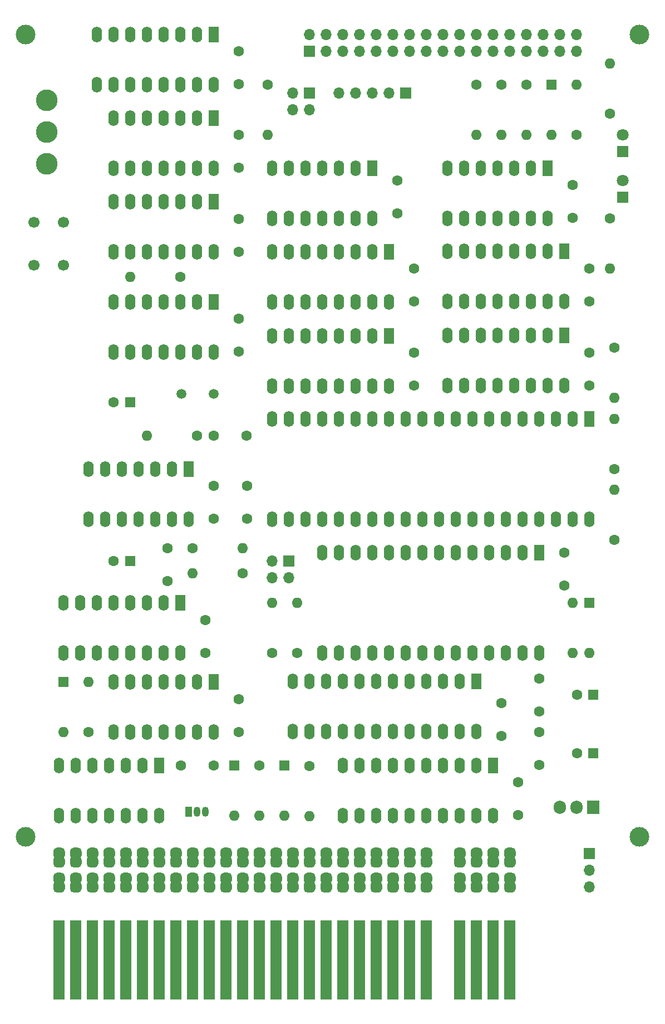
<source format=gbr>
G04 #@! TF.GenerationSoftware,KiCad,Pcbnew,5.99.0-unknown-b1b8a32~88~ubuntu19.10.1*
G04 #@! TF.CreationDate,2020-04-08T14:26:22+02:00*
G04 #@! TF.ProjectId,beta128_r0.3,62657461-3132-4385-9f72-302e332e6b69,rev?*
G04 #@! TF.SameCoordinates,Original*
G04 #@! TF.FileFunction,Soldermask,Top*
G04 #@! TF.FilePolarity,Negative*
%FSLAX46Y46*%
G04 Gerber Fmt 4.6, Leading zero omitted, Abs format (unit mm)*
G04 Created by KiCad (PCBNEW 5.99.0-unknown-b1b8a32~88~ubuntu19.10.1) date 2020-04-08 14:26:22*
%MOMM*%
%LPD*%
G01*
G04 APERTURE LIST*
%ADD10O,1.600000X1.600000*%
%ADD11C,1.600000*%
%ADD12O,1.600000X2.400000*%
%ADD13R,1.600000X2.400000*%
%ADD14R,1.778000X7.620000*%
%ADD15C,3.302000*%
%ADD16R,1.600000X1.600000*%
%ADD17C,3.000000*%
%ADD18C,1.700000*%
%ADD19O,1.700000X1.700000*%
%ADD20R,1.700000X1.700000*%
%ADD21R,1.050000X1.500000*%
%ADD22O,1.050000X1.500000*%
%ADD23C,1.500000*%
%ADD24O,1.905000X2.000000*%
%ADD25R,1.905000X2.000000*%
%ADD26C,1.800000*%
%ADD27R,1.800000X1.800000*%
G04 APERTURE END LIST*
D10*
X57150000Y-74295000D03*
D11*
X64770000Y-74295000D03*
D12*
X93980000Y-65405000D03*
X78740000Y-57785000D03*
X91440000Y-65405000D03*
X81280000Y-57785000D03*
X88900000Y-65405000D03*
X83820000Y-57785000D03*
X86360000Y-65405000D03*
X86360000Y-57785000D03*
X83820000Y-65405000D03*
X88900000Y-57785000D03*
X81280000Y-65405000D03*
X91440000Y-57785000D03*
X78740000Y-65405000D03*
D13*
X93980000Y-57785000D03*
D14*
X114935000Y-180340000D03*
X112395000Y-180340000D03*
X109855000Y-180340000D03*
X107315000Y-180340000D03*
X102235000Y-180340000D03*
X99695000Y-180340000D03*
X97155000Y-180340000D03*
X94615000Y-180340000D03*
X92075000Y-180340000D03*
X89535000Y-180340000D03*
X86995000Y-180340000D03*
X84455000Y-180340000D03*
X81915000Y-180340000D03*
X79375000Y-180340000D03*
X76835000Y-180340000D03*
X74295000Y-180340000D03*
X71755000Y-180340000D03*
X69215000Y-180340000D03*
X66675000Y-180340000D03*
X64135000Y-180340000D03*
X61595000Y-180340000D03*
X59055000Y-180340000D03*
X56515000Y-180340000D03*
X53975000Y-180340000D03*
X51435000Y-180340000D03*
X48895000Y-180340000D03*
X46355000Y-180340000D03*
X114935000Y-175895000D03*
X112395000Y-175895000D03*
X109855000Y-175895000D03*
X107315000Y-175895000D03*
X102235000Y-175895000D03*
X99695000Y-175895000D03*
X97155000Y-175895000D03*
X94615000Y-175895000D03*
X92075000Y-175895000D03*
X89535000Y-175895000D03*
X86995000Y-175895000D03*
X84455000Y-175895000D03*
X81915000Y-175895000D03*
X79375000Y-175895000D03*
X76835000Y-175895000D03*
X74295000Y-175895000D03*
X71755000Y-175895000D03*
X69215000Y-175895000D03*
X66675000Y-175895000D03*
X64135000Y-175895000D03*
X61595000Y-175895000D03*
X59055000Y-175895000D03*
X56515000Y-175895000D03*
X53975000Y-175895000D03*
X51435000Y-175895000D03*
X48895000Y-175895000D03*
X46355000Y-175895000D03*
D15*
X44450000Y-47498000D03*
X44450000Y-52324000D03*
X44450000Y-57150000D03*
G36*
G01*
X114046000Y-163497260D02*
X114046000Y-162892740D01*
G75*
G02*
X114632740Y-162306000I586740J0D01*
G01*
X115237260Y-162306000D01*
G75*
G02*
X115824000Y-162892740I0J-586740D01*
G01*
X115824000Y-163497260D01*
G75*
G02*
X115237260Y-164084000I-586740J0D01*
G01*
X114632740Y-164084000D01*
G75*
G02*
X114046000Y-163497260I0J586740D01*
G01*
G37*
G36*
G01*
X111506000Y-163497260D02*
X111506000Y-162892740D01*
G75*
G02*
X112092740Y-162306000I586740J0D01*
G01*
X112697260Y-162306000D01*
G75*
G02*
X113284000Y-162892740I0J-586740D01*
G01*
X113284000Y-163497260D01*
G75*
G02*
X112697260Y-164084000I-586740J0D01*
G01*
X112092740Y-164084000D01*
G75*
G02*
X111506000Y-163497260I0J586740D01*
G01*
G37*
G36*
G01*
X108966000Y-163497260D02*
X108966000Y-162892740D01*
G75*
G02*
X109552740Y-162306000I586740J0D01*
G01*
X110157260Y-162306000D01*
G75*
G02*
X110744000Y-162892740I0J-586740D01*
G01*
X110744000Y-163497260D01*
G75*
G02*
X110157260Y-164084000I-586740J0D01*
G01*
X109552740Y-164084000D01*
G75*
G02*
X108966000Y-163497260I0J586740D01*
G01*
G37*
G36*
G01*
X106426000Y-163497260D02*
X106426000Y-162892740D01*
G75*
G02*
X107012740Y-162306000I586740J0D01*
G01*
X107617260Y-162306000D01*
G75*
G02*
X108204000Y-162892740I0J-586740D01*
G01*
X108204000Y-163497260D01*
G75*
G02*
X107617260Y-164084000I-586740J0D01*
G01*
X107012740Y-164084000D01*
G75*
G02*
X106426000Y-163497260I0J586740D01*
G01*
G37*
G36*
G01*
X101346000Y-163497260D02*
X101346000Y-162892740D01*
G75*
G02*
X101932740Y-162306000I586740J0D01*
G01*
X102537260Y-162306000D01*
G75*
G02*
X103124000Y-162892740I0J-586740D01*
G01*
X103124000Y-163497260D01*
G75*
G02*
X102537260Y-164084000I-586740J0D01*
G01*
X101932740Y-164084000D01*
G75*
G02*
X101346000Y-163497260I0J586740D01*
G01*
G37*
G36*
G01*
X98806000Y-163497260D02*
X98806000Y-162892740D01*
G75*
G02*
X99392740Y-162306000I586740J0D01*
G01*
X99997260Y-162306000D01*
G75*
G02*
X100584000Y-162892740I0J-586740D01*
G01*
X100584000Y-163497260D01*
G75*
G02*
X99997260Y-164084000I-586740J0D01*
G01*
X99392740Y-164084000D01*
G75*
G02*
X98806000Y-163497260I0J586740D01*
G01*
G37*
G36*
G01*
X96266000Y-163497260D02*
X96266000Y-162892740D01*
G75*
G02*
X96852740Y-162306000I586740J0D01*
G01*
X97457260Y-162306000D01*
G75*
G02*
X98044000Y-162892740I0J-586740D01*
G01*
X98044000Y-163497260D01*
G75*
G02*
X97457260Y-164084000I-586740J0D01*
G01*
X96852740Y-164084000D01*
G75*
G02*
X96266000Y-163497260I0J586740D01*
G01*
G37*
G36*
G01*
X93726000Y-163497260D02*
X93726000Y-162892740D01*
G75*
G02*
X94312740Y-162306000I586740J0D01*
G01*
X94917260Y-162306000D01*
G75*
G02*
X95504000Y-162892740I0J-586740D01*
G01*
X95504000Y-163497260D01*
G75*
G02*
X94917260Y-164084000I-586740J0D01*
G01*
X94312740Y-164084000D01*
G75*
G02*
X93726000Y-163497260I0J586740D01*
G01*
G37*
G36*
G01*
X91186000Y-163497260D02*
X91186000Y-162892740D01*
G75*
G02*
X91772740Y-162306000I586740J0D01*
G01*
X92377260Y-162306000D01*
G75*
G02*
X92964000Y-162892740I0J-586740D01*
G01*
X92964000Y-163497260D01*
G75*
G02*
X92377260Y-164084000I-586740J0D01*
G01*
X91772740Y-164084000D01*
G75*
G02*
X91186000Y-163497260I0J586740D01*
G01*
G37*
G36*
G01*
X88646000Y-163497260D02*
X88646000Y-162892740D01*
G75*
G02*
X89232740Y-162306000I586740J0D01*
G01*
X89837260Y-162306000D01*
G75*
G02*
X90424000Y-162892740I0J-586740D01*
G01*
X90424000Y-163497260D01*
G75*
G02*
X89837260Y-164084000I-586740J0D01*
G01*
X89232740Y-164084000D01*
G75*
G02*
X88646000Y-163497260I0J586740D01*
G01*
G37*
G36*
G01*
X86106000Y-163497260D02*
X86106000Y-162892740D01*
G75*
G02*
X86692740Y-162306000I586740J0D01*
G01*
X87297260Y-162306000D01*
G75*
G02*
X87884000Y-162892740I0J-586740D01*
G01*
X87884000Y-163497260D01*
G75*
G02*
X87297260Y-164084000I-586740J0D01*
G01*
X86692740Y-164084000D01*
G75*
G02*
X86106000Y-163497260I0J586740D01*
G01*
G37*
G36*
G01*
X83566000Y-163497260D02*
X83566000Y-162892740D01*
G75*
G02*
X84152740Y-162306000I586740J0D01*
G01*
X84757260Y-162306000D01*
G75*
G02*
X85344000Y-162892740I0J-586740D01*
G01*
X85344000Y-163497260D01*
G75*
G02*
X84757260Y-164084000I-586740J0D01*
G01*
X84152740Y-164084000D01*
G75*
G02*
X83566000Y-163497260I0J586740D01*
G01*
G37*
G36*
G01*
X81026000Y-163497260D02*
X81026000Y-162892740D01*
G75*
G02*
X81612740Y-162306000I586740J0D01*
G01*
X82217260Y-162306000D01*
G75*
G02*
X82804000Y-162892740I0J-586740D01*
G01*
X82804000Y-163497260D01*
G75*
G02*
X82217260Y-164084000I-586740J0D01*
G01*
X81612740Y-164084000D01*
G75*
G02*
X81026000Y-163497260I0J586740D01*
G01*
G37*
G36*
G01*
X78486000Y-163497260D02*
X78486000Y-162892740D01*
G75*
G02*
X79072740Y-162306000I586740J0D01*
G01*
X79677260Y-162306000D01*
G75*
G02*
X80264000Y-162892740I0J-586740D01*
G01*
X80264000Y-163497260D01*
G75*
G02*
X79677260Y-164084000I-586740J0D01*
G01*
X79072740Y-164084000D01*
G75*
G02*
X78486000Y-163497260I0J586740D01*
G01*
G37*
G36*
G01*
X75946000Y-163497260D02*
X75946000Y-162892740D01*
G75*
G02*
X76532740Y-162306000I586740J0D01*
G01*
X77137260Y-162306000D01*
G75*
G02*
X77724000Y-162892740I0J-586740D01*
G01*
X77724000Y-163497260D01*
G75*
G02*
X77137260Y-164084000I-586740J0D01*
G01*
X76532740Y-164084000D01*
G75*
G02*
X75946000Y-163497260I0J586740D01*
G01*
G37*
G36*
G01*
X73406000Y-163497260D02*
X73406000Y-162892740D01*
G75*
G02*
X73992740Y-162306000I586740J0D01*
G01*
X74597260Y-162306000D01*
G75*
G02*
X75184000Y-162892740I0J-586740D01*
G01*
X75184000Y-163497260D01*
G75*
G02*
X74597260Y-164084000I-586740J0D01*
G01*
X73992740Y-164084000D01*
G75*
G02*
X73406000Y-163497260I0J586740D01*
G01*
G37*
G36*
G01*
X70866000Y-163497260D02*
X70866000Y-162892740D01*
G75*
G02*
X71452740Y-162306000I586740J0D01*
G01*
X72057260Y-162306000D01*
G75*
G02*
X72644000Y-162892740I0J-586740D01*
G01*
X72644000Y-163497260D01*
G75*
G02*
X72057260Y-164084000I-586740J0D01*
G01*
X71452740Y-164084000D01*
G75*
G02*
X70866000Y-163497260I0J586740D01*
G01*
G37*
G36*
G01*
X68326000Y-163497260D02*
X68326000Y-162892740D01*
G75*
G02*
X68912740Y-162306000I586740J0D01*
G01*
X69517260Y-162306000D01*
G75*
G02*
X70104000Y-162892740I0J-586740D01*
G01*
X70104000Y-163497260D01*
G75*
G02*
X69517260Y-164084000I-586740J0D01*
G01*
X68912740Y-164084000D01*
G75*
G02*
X68326000Y-163497260I0J586740D01*
G01*
G37*
G36*
G01*
X65786000Y-163497260D02*
X65786000Y-162892740D01*
G75*
G02*
X66372740Y-162306000I586740J0D01*
G01*
X66977260Y-162306000D01*
G75*
G02*
X67564000Y-162892740I0J-586740D01*
G01*
X67564000Y-163497260D01*
G75*
G02*
X66977260Y-164084000I-586740J0D01*
G01*
X66372740Y-164084000D01*
G75*
G02*
X65786000Y-163497260I0J586740D01*
G01*
G37*
G36*
G01*
X63246000Y-163497260D02*
X63246000Y-162892740D01*
G75*
G02*
X63832740Y-162306000I586740J0D01*
G01*
X64437260Y-162306000D01*
G75*
G02*
X65024000Y-162892740I0J-586740D01*
G01*
X65024000Y-163497260D01*
G75*
G02*
X64437260Y-164084000I-586740J0D01*
G01*
X63832740Y-164084000D01*
G75*
G02*
X63246000Y-163497260I0J586740D01*
G01*
G37*
G36*
G01*
X60706000Y-163497260D02*
X60706000Y-162892740D01*
G75*
G02*
X61292740Y-162306000I586740J0D01*
G01*
X61897260Y-162306000D01*
G75*
G02*
X62484000Y-162892740I0J-586740D01*
G01*
X62484000Y-163497260D01*
G75*
G02*
X61897260Y-164084000I-586740J0D01*
G01*
X61292740Y-164084000D01*
G75*
G02*
X60706000Y-163497260I0J586740D01*
G01*
G37*
G36*
G01*
X58166000Y-163497260D02*
X58166000Y-162892740D01*
G75*
G02*
X58752740Y-162306000I586740J0D01*
G01*
X59357260Y-162306000D01*
G75*
G02*
X59944000Y-162892740I0J-586740D01*
G01*
X59944000Y-163497260D01*
G75*
G02*
X59357260Y-164084000I-586740J0D01*
G01*
X58752740Y-164084000D01*
G75*
G02*
X58166000Y-163497260I0J586740D01*
G01*
G37*
G36*
G01*
X50546000Y-163497260D02*
X50546000Y-162892740D01*
G75*
G02*
X51132740Y-162306000I586740J0D01*
G01*
X51737260Y-162306000D01*
G75*
G02*
X52324000Y-162892740I0J-586740D01*
G01*
X52324000Y-163497260D01*
G75*
G02*
X51737260Y-164084000I-586740J0D01*
G01*
X51132740Y-164084000D01*
G75*
G02*
X50546000Y-163497260I0J586740D01*
G01*
G37*
G36*
G01*
X53086000Y-163497260D02*
X53086000Y-162892740D01*
G75*
G02*
X53672740Y-162306000I586740J0D01*
G01*
X54277260Y-162306000D01*
G75*
G02*
X54864000Y-162892740I0J-586740D01*
G01*
X54864000Y-163497260D01*
G75*
G02*
X54277260Y-164084000I-586740J0D01*
G01*
X53672740Y-164084000D01*
G75*
G02*
X53086000Y-163497260I0J586740D01*
G01*
G37*
G36*
G01*
X45466000Y-163497260D02*
X45466000Y-162892740D01*
G75*
G02*
X46052740Y-162306000I586740J0D01*
G01*
X46657260Y-162306000D01*
G75*
G02*
X47244000Y-162892740I0J-586740D01*
G01*
X47244000Y-163497260D01*
G75*
G02*
X46657260Y-164084000I-586740J0D01*
G01*
X46052740Y-164084000D01*
G75*
G02*
X45466000Y-163497260I0J586740D01*
G01*
G37*
G36*
G01*
X48006000Y-163497260D02*
X48006000Y-162892740D01*
G75*
G02*
X48592740Y-162306000I586740J0D01*
G01*
X49197260Y-162306000D01*
G75*
G02*
X49784000Y-162892740I0J-586740D01*
G01*
X49784000Y-163497260D01*
G75*
G02*
X49197260Y-164084000I-586740J0D01*
G01*
X48592740Y-164084000D01*
G75*
G02*
X48006000Y-163497260I0J586740D01*
G01*
G37*
G36*
G01*
X55626000Y-163497260D02*
X55626000Y-162892740D01*
G75*
G02*
X56212740Y-162306000I586740J0D01*
G01*
X56817260Y-162306000D01*
G75*
G02*
X57404000Y-162892740I0J-586740D01*
G01*
X57404000Y-163497260D01*
G75*
G02*
X56817260Y-164084000I-586740J0D01*
G01*
X56212740Y-164084000D01*
G75*
G02*
X55626000Y-163497260I0J586740D01*
G01*
G37*
G36*
G01*
X45466000Y-166037260D02*
X45466000Y-165432740D01*
G75*
G02*
X46052740Y-164846000I586740J0D01*
G01*
X46657260Y-164846000D01*
G75*
G02*
X47244000Y-165432740I0J-586740D01*
G01*
X47244000Y-166037260D01*
G75*
G02*
X46657260Y-166624000I-586740J0D01*
G01*
X46052740Y-166624000D01*
G75*
G02*
X45466000Y-166037260I0J586740D01*
G01*
G37*
G36*
G01*
X48006000Y-166037260D02*
X48006000Y-165432740D01*
G75*
G02*
X48592740Y-164846000I586740J0D01*
G01*
X49197260Y-164846000D01*
G75*
G02*
X49784000Y-165432740I0J-586740D01*
G01*
X49784000Y-166037260D01*
G75*
G02*
X49197260Y-166624000I-586740J0D01*
G01*
X48592740Y-166624000D01*
G75*
G02*
X48006000Y-166037260I0J586740D01*
G01*
G37*
G36*
G01*
X50546000Y-166037260D02*
X50546000Y-165432740D01*
G75*
G02*
X51132740Y-164846000I586740J0D01*
G01*
X51737260Y-164846000D01*
G75*
G02*
X52324000Y-165432740I0J-586740D01*
G01*
X52324000Y-166037260D01*
G75*
G02*
X51737260Y-166624000I-586740J0D01*
G01*
X51132740Y-166624000D01*
G75*
G02*
X50546000Y-166037260I0J586740D01*
G01*
G37*
G36*
G01*
X68326000Y-166037260D02*
X68326000Y-165432740D01*
G75*
G02*
X68912740Y-164846000I586740J0D01*
G01*
X69517260Y-164846000D01*
G75*
G02*
X70104000Y-165432740I0J-586740D01*
G01*
X70104000Y-166037260D01*
G75*
G02*
X69517260Y-166624000I-586740J0D01*
G01*
X68912740Y-166624000D01*
G75*
G02*
X68326000Y-166037260I0J586740D01*
G01*
G37*
G36*
G01*
X63246000Y-166037260D02*
X63246000Y-165432740D01*
G75*
G02*
X63832740Y-164846000I586740J0D01*
G01*
X64437260Y-164846000D01*
G75*
G02*
X65024000Y-165432740I0J-586740D01*
G01*
X65024000Y-166037260D01*
G75*
G02*
X64437260Y-166624000I-586740J0D01*
G01*
X63832740Y-166624000D01*
G75*
G02*
X63246000Y-166037260I0J586740D01*
G01*
G37*
G36*
G01*
X60706000Y-166037260D02*
X60706000Y-165432740D01*
G75*
G02*
X61292740Y-164846000I586740J0D01*
G01*
X61897260Y-164846000D01*
G75*
G02*
X62484000Y-165432740I0J-586740D01*
G01*
X62484000Y-166037260D01*
G75*
G02*
X61897260Y-166624000I-586740J0D01*
G01*
X61292740Y-166624000D01*
G75*
G02*
X60706000Y-166037260I0J586740D01*
G01*
G37*
G36*
G01*
X53086000Y-166037260D02*
X53086000Y-165432740D01*
G75*
G02*
X53672740Y-164846000I586740J0D01*
G01*
X54277260Y-164846000D01*
G75*
G02*
X54864000Y-165432740I0J-586740D01*
G01*
X54864000Y-166037260D01*
G75*
G02*
X54277260Y-166624000I-586740J0D01*
G01*
X53672740Y-166624000D01*
G75*
G02*
X53086000Y-166037260I0J586740D01*
G01*
G37*
G36*
G01*
X55626000Y-166037260D02*
X55626000Y-165432740D01*
G75*
G02*
X56212740Y-164846000I586740J0D01*
G01*
X56817260Y-164846000D01*
G75*
G02*
X57404000Y-165432740I0J-586740D01*
G01*
X57404000Y-166037260D01*
G75*
G02*
X56817260Y-166624000I-586740J0D01*
G01*
X56212740Y-166624000D01*
G75*
G02*
X55626000Y-166037260I0J586740D01*
G01*
G37*
G36*
G01*
X58166000Y-166037260D02*
X58166000Y-165432740D01*
G75*
G02*
X58752740Y-164846000I586740J0D01*
G01*
X59357260Y-164846000D01*
G75*
G02*
X59944000Y-165432740I0J-586740D01*
G01*
X59944000Y-166037260D01*
G75*
G02*
X59357260Y-166624000I-586740J0D01*
G01*
X58752740Y-166624000D01*
G75*
G02*
X58166000Y-166037260I0J586740D01*
G01*
G37*
G36*
G01*
X114046000Y-166037260D02*
X114046000Y-165432740D01*
G75*
G02*
X114632740Y-164846000I586740J0D01*
G01*
X115237260Y-164846000D01*
G75*
G02*
X115824000Y-165432740I0J-586740D01*
G01*
X115824000Y-166037260D01*
G75*
G02*
X115237260Y-166624000I-586740J0D01*
G01*
X114632740Y-166624000D01*
G75*
G02*
X114046000Y-166037260I0J586740D01*
G01*
G37*
G36*
G01*
X111506000Y-166037260D02*
X111506000Y-165432740D01*
G75*
G02*
X112092740Y-164846000I586740J0D01*
G01*
X112697260Y-164846000D01*
G75*
G02*
X113284000Y-165432740I0J-586740D01*
G01*
X113284000Y-166037260D01*
G75*
G02*
X112697260Y-166624000I-586740J0D01*
G01*
X112092740Y-166624000D01*
G75*
G02*
X111506000Y-166037260I0J586740D01*
G01*
G37*
G36*
G01*
X108966000Y-166037260D02*
X108966000Y-165432740D01*
G75*
G02*
X109552740Y-164846000I586740J0D01*
G01*
X110157260Y-164846000D01*
G75*
G02*
X110744000Y-165432740I0J-586740D01*
G01*
X110744000Y-166037260D01*
G75*
G02*
X110157260Y-166624000I-586740J0D01*
G01*
X109552740Y-166624000D01*
G75*
G02*
X108966000Y-166037260I0J586740D01*
G01*
G37*
G36*
G01*
X106426000Y-166037260D02*
X106426000Y-165432740D01*
G75*
G02*
X107012740Y-164846000I586740J0D01*
G01*
X107617260Y-164846000D01*
G75*
G02*
X108204000Y-165432740I0J-586740D01*
G01*
X108204000Y-166037260D01*
G75*
G02*
X107617260Y-166624000I-586740J0D01*
G01*
X107012740Y-166624000D01*
G75*
G02*
X106426000Y-166037260I0J586740D01*
G01*
G37*
G36*
G01*
X101346000Y-166037260D02*
X101346000Y-165432740D01*
G75*
G02*
X101932740Y-164846000I586740J0D01*
G01*
X102537260Y-164846000D01*
G75*
G02*
X103124000Y-165432740I0J-586740D01*
G01*
X103124000Y-166037260D01*
G75*
G02*
X102537260Y-166624000I-586740J0D01*
G01*
X101932740Y-166624000D01*
G75*
G02*
X101346000Y-166037260I0J586740D01*
G01*
G37*
G36*
G01*
X98806000Y-166037260D02*
X98806000Y-165432740D01*
G75*
G02*
X99392740Y-164846000I586740J0D01*
G01*
X99997260Y-164846000D01*
G75*
G02*
X100584000Y-165432740I0J-586740D01*
G01*
X100584000Y-166037260D01*
G75*
G02*
X99997260Y-166624000I-586740J0D01*
G01*
X99392740Y-166624000D01*
G75*
G02*
X98806000Y-166037260I0J586740D01*
G01*
G37*
G36*
G01*
X96266000Y-166037260D02*
X96266000Y-165432740D01*
G75*
G02*
X96852740Y-164846000I586740J0D01*
G01*
X97457260Y-164846000D01*
G75*
G02*
X98044000Y-165432740I0J-586740D01*
G01*
X98044000Y-166037260D01*
G75*
G02*
X97457260Y-166624000I-586740J0D01*
G01*
X96852740Y-166624000D01*
G75*
G02*
X96266000Y-166037260I0J586740D01*
G01*
G37*
G36*
G01*
X93726000Y-166037260D02*
X93726000Y-165432740D01*
G75*
G02*
X94312740Y-164846000I586740J0D01*
G01*
X94917260Y-164846000D01*
G75*
G02*
X95504000Y-165432740I0J-586740D01*
G01*
X95504000Y-166037260D01*
G75*
G02*
X94917260Y-166624000I-586740J0D01*
G01*
X94312740Y-166624000D01*
G75*
G02*
X93726000Y-166037260I0J586740D01*
G01*
G37*
G36*
G01*
X91186000Y-166037260D02*
X91186000Y-165432740D01*
G75*
G02*
X91772740Y-164846000I586740J0D01*
G01*
X92377260Y-164846000D01*
G75*
G02*
X92964000Y-165432740I0J-586740D01*
G01*
X92964000Y-166037260D01*
G75*
G02*
X92377260Y-166624000I-586740J0D01*
G01*
X91772740Y-166624000D01*
G75*
G02*
X91186000Y-166037260I0J586740D01*
G01*
G37*
G36*
G01*
X88646000Y-166037260D02*
X88646000Y-165432740D01*
G75*
G02*
X89232740Y-164846000I586740J0D01*
G01*
X89837260Y-164846000D01*
G75*
G02*
X90424000Y-165432740I0J-586740D01*
G01*
X90424000Y-166037260D01*
G75*
G02*
X89837260Y-166624000I-586740J0D01*
G01*
X89232740Y-166624000D01*
G75*
G02*
X88646000Y-166037260I0J586740D01*
G01*
G37*
G36*
G01*
X86106000Y-166037260D02*
X86106000Y-165432740D01*
G75*
G02*
X86692740Y-164846000I586740J0D01*
G01*
X87297260Y-164846000D01*
G75*
G02*
X87884000Y-165432740I0J-586740D01*
G01*
X87884000Y-166037260D01*
G75*
G02*
X87297260Y-166624000I-586740J0D01*
G01*
X86692740Y-166624000D01*
G75*
G02*
X86106000Y-166037260I0J586740D01*
G01*
G37*
G36*
G01*
X83566000Y-166037260D02*
X83566000Y-165432740D01*
G75*
G02*
X84152740Y-164846000I586740J0D01*
G01*
X84757260Y-164846000D01*
G75*
G02*
X85344000Y-165432740I0J-586740D01*
G01*
X85344000Y-166037260D01*
G75*
G02*
X84757260Y-166624000I-586740J0D01*
G01*
X84152740Y-166624000D01*
G75*
G02*
X83566000Y-166037260I0J586740D01*
G01*
G37*
G36*
G01*
X81026000Y-166037260D02*
X81026000Y-165432740D01*
G75*
G02*
X81612740Y-164846000I586740J0D01*
G01*
X82217260Y-164846000D01*
G75*
G02*
X82804000Y-165432740I0J-586740D01*
G01*
X82804000Y-166037260D01*
G75*
G02*
X82217260Y-166624000I-586740J0D01*
G01*
X81612740Y-166624000D01*
G75*
G02*
X81026000Y-166037260I0J586740D01*
G01*
G37*
G36*
G01*
X78486000Y-166037260D02*
X78486000Y-165432740D01*
G75*
G02*
X79072740Y-164846000I586740J0D01*
G01*
X79677260Y-164846000D01*
G75*
G02*
X80264000Y-165432740I0J-586740D01*
G01*
X80264000Y-166037260D01*
G75*
G02*
X79677260Y-166624000I-586740J0D01*
G01*
X79072740Y-166624000D01*
G75*
G02*
X78486000Y-166037260I0J586740D01*
G01*
G37*
G36*
G01*
X75946000Y-166037260D02*
X75946000Y-165432740D01*
G75*
G02*
X76532740Y-164846000I586740J0D01*
G01*
X77137260Y-164846000D01*
G75*
G02*
X77724000Y-165432740I0J-586740D01*
G01*
X77724000Y-166037260D01*
G75*
G02*
X77137260Y-166624000I-586740J0D01*
G01*
X76532740Y-166624000D01*
G75*
G02*
X75946000Y-166037260I0J586740D01*
G01*
G37*
G36*
G01*
X73406000Y-166037260D02*
X73406000Y-165432740D01*
G75*
G02*
X73992740Y-164846000I586740J0D01*
G01*
X74597260Y-164846000D01*
G75*
G02*
X75184000Y-165432740I0J-586740D01*
G01*
X75184000Y-166037260D01*
G75*
G02*
X74597260Y-166624000I-586740J0D01*
G01*
X73992740Y-166624000D01*
G75*
G02*
X73406000Y-166037260I0J586740D01*
G01*
G37*
G36*
G01*
X70866000Y-166037260D02*
X70866000Y-165432740D01*
G75*
G02*
X71452740Y-164846000I586740J0D01*
G01*
X72057260Y-164846000D01*
G75*
G02*
X72644000Y-165432740I0J-586740D01*
G01*
X72644000Y-166037260D01*
G75*
G02*
X72057260Y-166624000I-586740J0D01*
G01*
X71452740Y-166624000D01*
G75*
G02*
X70866000Y-166037260I0J586740D01*
G01*
G37*
G36*
G01*
X65786000Y-166037260D02*
X65786000Y-165432740D01*
G75*
G02*
X66372740Y-164846000I586740J0D01*
G01*
X66977260Y-164846000D01*
G75*
G02*
X67564000Y-165432740I0J-586740D01*
G01*
X67564000Y-166037260D01*
G75*
G02*
X66977260Y-166624000I-586740J0D01*
G01*
X66372740Y-166624000D01*
G75*
G02*
X65786000Y-166037260I0J586740D01*
G01*
G37*
G36*
G01*
X114046000Y-162227260D02*
X114046000Y-161622740D01*
G75*
G02*
X114632740Y-161036000I586740J0D01*
G01*
X115237260Y-161036000D01*
G75*
G02*
X115824000Y-161622740I0J-586740D01*
G01*
X115824000Y-162227260D01*
G75*
G02*
X115237260Y-162814000I-586740J0D01*
G01*
X114632740Y-162814000D01*
G75*
G02*
X114046000Y-162227260I0J586740D01*
G01*
G37*
G36*
G01*
X111506000Y-162227260D02*
X111506000Y-161622740D01*
G75*
G02*
X112092740Y-161036000I586740J0D01*
G01*
X112697260Y-161036000D01*
G75*
G02*
X113284000Y-161622740I0J-586740D01*
G01*
X113284000Y-162227260D01*
G75*
G02*
X112697260Y-162814000I-586740J0D01*
G01*
X112092740Y-162814000D01*
G75*
G02*
X111506000Y-162227260I0J586740D01*
G01*
G37*
G36*
G01*
X108966000Y-162227260D02*
X108966000Y-161622740D01*
G75*
G02*
X109552740Y-161036000I586740J0D01*
G01*
X110157260Y-161036000D01*
G75*
G02*
X110744000Y-161622740I0J-586740D01*
G01*
X110744000Y-162227260D01*
G75*
G02*
X110157260Y-162814000I-586740J0D01*
G01*
X109552740Y-162814000D01*
G75*
G02*
X108966000Y-162227260I0J586740D01*
G01*
G37*
G36*
G01*
X106426000Y-162227260D02*
X106426000Y-161622740D01*
G75*
G02*
X107012740Y-161036000I586740J0D01*
G01*
X107617260Y-161036000D01*
G75*
G02*
X108204000Y-161622740I0J-586740D01*
G01*
X108204000Y-162227260D01*
G75*
G02*
X107617260Y-162814000I-586740J0D01*
G01*
X107012740Y-162814000D01*
G75*
G02*
X106426000Y-162227260I0J586740D01*
G01*
G37*
G36*
G01*
X101346000Y-162227260D02*
X101346000Y-161622740D01*
G75*
G02*
X101932740Y-161036000I586740J0D01*
G01*
X102537260Y-161036000D01*
G75*
G02*
X103124000Y-161622740I0J-586740D01*
G01*
X103124000Y-162227260D01*
G75*
G02*
X102537260Y-162814000I-586740J0D01*
G01*
X101932740Y-162814000D01*
G75*
G02*
X101346000Y-162227260I0J586740D01*
G01*
G37*
G36*
G01*
X98806000Y-162227260D02*
X98806000Y-161622740D01*
G75*
G02*
X99392740Y-161036000I586740J0D01*
G01*
X99997260Y-161036000D01*
G75*
G02*
X100584000Y-161622740I0J-586740D01*
G01*
X100584000Y-162227260D01*
G75*
G02*
X99997260Y-162814000I-586740J0D01*
G01*
X99392740Y-162814000D01*
G75*
G02*
X98806000Y-162227260I0J586740D01*
G01*
G37*
G36*
G01*
X96266000Y-162227260D02*
X96266000Y-161622740D01*
G75*
G02*
X96852740Y-161036000I586740J0D01*
G01*
X97457260Y-161036000D01*
G75*
G02*
X98044000Y-161622740I0J-586740D01*
G01*
X98044000Y-162227260D01*
G75*
G02*
X97457260Y-162814000I-586740J0D01*
G01*
X96852740Y-162814000D01*
G75*
G02*
X96266000Y-162227260I0J586740D01*
G01*
G37*
G36*
G01*
X93726000Y-162227260D02*
X93726000Y-161622740D01*
G75*
G02*
X94312740Y-161036000I586740J0D01*
G01*
X94917260Y-161036000D01*
G75*
G02*
X95504000Y-161622740I0J-586740D01*
G01*
X95504000Y-162227260D01*
G75*
G02*
X94917260Y-162814000I-586740J0D01*
G01*
X94312740Y-162814000D01*
G75*
G02*
X93726000Y-162227260I0J586740D01*
G01*
G37*
G36*
G01*
X91186000Y-162227260D02*
X91186000Y-161622740D01*
G75*
G02*
X91772740Y-161036000I586740J0D01*
G01*
X92377260Y-161036000D01*
G75*
G02*
X92964000Y-161622740I0J-586740D01*
G01*
X92964000Y-162227260D01*
G75*
G02*
X92377260Y-162814000I-586740J0D01*
G01*
X91772740Y-162814000D01*
G75*
G02*
X91186000Y-162227260I0J586740D01*
G01*
G37*
G36*
G01*
X88646000Y-162227260D02*
X88646000Y-161622740D01*
G75*
G02*
X89232740Y-161036000I586740J0D01*
G01*
X89837260Y-161036000D01*
G75*
G02*
X90424000Y-161622740I0J-586740D01*
G01*
X90424000Y-162227260D01*
G75*
G02*
X89837260Y-162814000I-586740J0D01*
G01*
X89232740Y-162814000D01*
G75*
G02*
X88646000Y-162227260I0J586740D01*
G01*
G37*
G36*
G01*
X86106000Y-162227260D02*
X86106000Y-161622740D01*
G75*
G02*
X86692740Y-161036000I586740J0D01*
G01*
X87297260Y-161036000D01*
G75*
G02*
X87884000Y-161622740I0J-586740D01*
G01*
X87884000Y-162227260D01*
G75*
G02*
X87297260Y-162814000I-586740J0D01*
G01*
X86692740Y-162814000D01*
G75*
G02*
X86106000Y-162227260I0J586740D01*
G01*
G37*
G36*
G01*
X83566000Y-162227260D02*
X83566000Y-161622740D01*
G75*
G02*
X84152740Y-161036000I586740J0D01*
G01*
X84757260Y-161036000D01*
G75*
G02*
X85344000Y-161622740I0J-586740D01*
G01*
X85344000Y-162227260D01*
G75*
G02*
X84757260Y-162814000I-586740J0D01*
G01*
X84152740Y-162814000D01*
G75*
G02*
X83566000Y-162227260I0J586740D01*
G01*
G37*
G36*
G01*
X81026000Y-162227260D02*
X81026000Y-161622740D01*
G75*
G02*
X81612740Y-161036000I586740J0D01*
G01*
X82217260Y-161036000D01*
G75*
G02*
X82804000Y-161622740I0J-586740D01*
G01*
X82804000Y-162227260D01*
G75*
G02*
X82217260Y-162814000I-586740J0D01*
G01*
X81612740Y-162814000D01*
G75*
G02*
X81026000Y-162227260I0J586740D01*
G01*
G37*
G36*
G01*
X78486000Y-162227260D02*
X78486000Y-161622740D01*
G75*
G02*
X79072740Y-161036000I586740J0D01*
G01*
X79677260Y-161036000D01*
G75*
G02*
X80264000Y-161622740I0J-586740D01*
G01*
X80264000Y-162227260D01*
G75*
G02*
X79677260Y-162814000I-586740J0D01*
G01*
X79072740Y-162814000D01*
G75*
G02*
X78486000Y-162227260I0J586740D01*
G01*
G37*
G36*
G01*
X75946000Y-162227260D02*
X75946000Y-161622740D01*
G75*
G02*
X76532740Y-161036000I586740J0D01*
G01*
X77137260Y-161036000D01*
G75*
G02*
X77724000Y-161622740I0J-586740D01*
G01*
X77724000Y-162227260D01*
G75*
G02*
X77137260Y-162814000I-586740J0D01*
G01*
X76532740Y-162814000D01*
G75*
G02*
X75946000Y-162227260I0J586740D01*
G01*
G37*
G36*
G01*
X73406000Y-162227260D02*
X73406000Y-161622740D01*
G75*
G02*
X73992740Y-161036000I586740J0D01*
G01*
X74597260Y-161036000D01*
G75*
G02*
X75184000Y-161622740I0J-586740D01*
G01*
X75184000Y-162227260D01*
G75*
G02*
X74597260Y-162814000I-586740J0D01*
G01*
X73992740Y-162814000D01*
G75*
G02*
X73406000Y-162227260I0J586740D01*
G01*
G37*
G36*
G01*
X70866000Y-162227260D02*
X70866000Y-161622740D01*
G75*
G02*
X71452740Y-161036000I586740J0D01*
G01*
X72057260Y-161036000D01*
G75*
G02*
X72644000Y-161622740I0J-586740D01*
G01*
X72644000Y-162227260D01*
G75*
G02*
X72057260Y-162814000I-586740J0D01*
G01*
X71452740Y-162814000D01*
G75*
G02*
X70866000Y-162227260I0J586740D01*
G01*
G37*
G36*
G01*
X114046000Y-167307260D02*
X114046000Y-166702740D01*
G75*
G02*
X114632740Y-166116000I586740J0D01*
G01*
X115237260Y-166116000D01*
G75*
G02*
X115824000Y-166702740I0J-586740D01*
G01*
X115824000Y-167307260D01*
G75*
G02*
X115237260Y-167894000I-586740J0D01*
G01*
X114632740Y-167894000D01*
G75*
G02*
X114046000Y-167307260I0J586740D01*
G01*
G37*
G36*
G01*
X111506000Y-167307260D02*
X111506000Y-166702740D01*
G75*
G02*
X112092740Y-166116000I586740J0D01*
G01*
X112697260Y-166116000D01*
G75*
G02*
X113284000Y-166702740I0J-586740D01*
G01*
X113284000Y-167307260D01*
G75*
G02*
X112697260Y-167894000I-586740J0D01*
G01*
X112092740Y-167894000D01*
G75*
G02*
X111506000Y-167307260I0J586740D01*
G01*
G37*
G36*
G01*
X108966000Y-167307260D02*
X108966000Y-166702740D01*
G75*
G02*
X109552740Y-166116000I586740J0D01*
G01*
X110157260Y-166116000D01*
G75*
G02*
X110744000Y-166702740I0J-586740D01*
G01*
X110744000Y-167307260D01*
G75*
G02*
X110157260Y-167894000I-586740J0D01*
G01*
X109552740Y-167894000D01*
G75*
G02*
X108966000Y-167307260I0J586740D01*
G01*
G37*
G36*
G01*
X106426000Y-167307260D02*
X106426000Y-166702740D01*
G75*
G02*
X107012740Y-166116000I586740J0D01*
G01*
X107617260Y-166116000D01*
G75*
G02*
X108204000Y-166702740I0J-586740D01*
G01*
X108204000Y-167307260D01*
G75*
G02*
X107617260Y-167894000I-586740J0D01*
G01*
X107012740Y-167894000D01*
G75*
G02*
X106426000Y-167307260I0J586740D01*
G01*
G37*
G36*
G01*
X101346000Y-167307260D02*
X101346000Y-166702740D01*
G75*
G02*
X101932740Y-166116000I586740J0D01*
G01*
X102537260Y-166116000D01*
G75*
G02*
X103124000Y-166702740I0J-586740D01*
G01*
X103124000Y-167307260D01*
G75*
G02*
X102537260Y-167894000I-586740J0D01*
G01*
X101932740Y-167894000D01*
G75*
G02*
X101346000Y-167307260I0J586740D01*
G01*
G37*
G36*
G01*
X98806000Y-167307260D02*
X98806000Y-166702740D01*
G75*
G02*
X99392740Y-166116000I586740J0D01*
G01*
X99997260Y-166116000D01*
G75*
G02*
X100584000Y-166702740I0J-586740D01*
G01*
X100584000Y-167307260D01*
G75*
G02*
X99997260Y-167894000I-586740J0D01*
G01*
X99392740Y-167894000D01*
G75*
G02*
X98806000Y-167307260I0J586740D01*
G01*
G37*
G36*
G01*
X96266000Y-167307260D02*
X96266000Y-166702740D01*
G75*
G02*
X96852740Y-166116000I586740J0D01*
G01*
X97457260Y-166116000D01*
G75*
G02*
X98044000Y-166702740I0J-586740D01*
G01*
X98044000Y-167307260D01*
G75*
G02*
X97457260Y-167894000I-586740J0D01*
G01*
X96852740Y-167894000D01*
G75*
G02*
X96266000Y-167307260I0J586740D01*
G01*
G37*
G36*
G01*
X93726000Y-167307260D02*
X93726000Y-166702740D01*
G75*
G02*
X94312740Y-166116000I586740J0D01*
G01*
X94917260Y-166116000D01*
G75*
G02*
X95504000Y-166702740I0J-586740D01*
G01*
X95504000Y-167307260D01*
G75*
G02*
X94917260Y-167894000I-586740J0D01*
G01*
X94312740Y-167894000D01*
G75*
G02*
X93726000Y-167307260I0J586740D01*
G01*
G37*
G36*
G01*
X91186000Y-167307260D02*
X91186000Y-166702740D01*
G75*
G02*
X91772740Y-166116000I586740J0D01*
G01*
X92377260Y-166116000D01*
G75*
G02*
X92964000Y-166702740I0J-586740D01*
G01*
X92964000Y-167307260D01*
G75*
G02*
X92377260Y-167894000I-586740J0D01*
G01*
X91772740Y-167894000D01*
G75*
G02*
X91186000Y-167307260I0J586740D01*
G01*
G37*
G36*
G01*
X88646000Y-167307260D02*
X88646000Y-166702740D01*
G75*
G02*
X89232740Y-166116000I586740J0D01*
G01*
X89837260Y-166116000D01*
G75*
G02*
X90424000Y-166702740I0J-586740D01*
G01*
X90424000Y-167307260D01*
G75*
G02*
X89837260Y-167894000I-586740J0D01*
G01*
X89232740Y-167894000D01*
G75*
G02*
X88646000Y-167307260I0J586740D01*
G01*
G37*
G36*
G01*
X86106000Y-167307260D02*
X86106000Y-166702740D01*
G75*
G02*
X86692740Y-166116000I586740J0D01*
G01*
X87297260Y-166116000D01*
G75*
G02*
X87884000Y-166702740I0J-586740D01*
G01*
X87884000Y-167307260D01*
G75*
G02*
X87297260Y-167894000I-586740J0D01*
G01*
X86692740Y-167894000D01*
G75*
G02*
X86106000Y-167307260I0J586740D01*
G01*
G37*
G36*
G01*
X83566000Y-167307260D02*
X83566000Y-166702740D01*
G75*
G02*
X84152740Y-166116000I586740J0D01*
G01*
X84757260Y-166116000D01*
G75*
G02*
X85344000Y-166702740I0J-586740D01*
G01*
X85344000Y-167307260D01*
G75*
G02*
X84757260Y-167894000I-586740J0D01*
G01*
X84152740Y-167894000D01*
G75*
G02*
X83566000Y-167307260I0J586740D01*
G01*
G37*
G36*
G01*
X81026000Y-167307260D02*
X81026000Y-166702740D01*
G75*
G02*
X81612740Y-166116000I586740J0D01*
G01*
X82217260Y-166116000D01*
G75*
G02*
X82804000Y-166702740I0J-586740D01*
G01*
X82804000Y-167307260D01*
G75*
G02*
X82217260Y-167894000I-586740J0D01*
G01*
X81612740Y-167894000D01*
G75*
G02*
X81026000Y-167307260I0J586740D01*
G01*
G37*
G36*
G01*
X78486000Y-167307260D02*
X78486000Y-166702740D01*
G75*
G02*
X79072740Y-166116000I586740J0D01*
G01*
X79677260Y-166116000D01*
G75*
G02*
X80264000Y-166702740I0J-586740D01*
G01*
X80264000Y-167307260D01*
G75*
G02*
X79677260Y-167894000I-586740J0D01*
G01*
X79072740Y-167894000D01*
G75*
G02*
X78486000Y-167307260I0J586740D01*
G01*
G37*
G36*
G01*
X75946000Y-167307260D02*
X75946000Y-166702740D01*
G75*
G02*
X76532740Y-166116000I586740J0D01*
G01*
X77137260Y-166116000D01*
G75*
G02*
X77724000Y-166702740I0J-586740D01*
G01*
X77724000Y-167307260D01*
G75*
G02*
X77137260Y-167894000I-586740J0D01*
G01*
X76532740Y-167894000D01*
G75*
G02*
X75946000Y-167307260I0J586740D01*
G01*
G37*
G36*
G01*
X73406000Y-167307260D02*
X73406000Y-166702740D01*
G75*
G02*
X73992740Y-166116000I586740J0D01*
G01*
X74597260Y-166116000D01*
G75*
G02*
X75184000Y-166702740I0J-586740D01*
G01*
X75184000Y-167307260D01*
G75*
G02*
X74597260Y-167894000I-586740J0D01*
G01*
X73992740Y-167894000D01*
G75*
G02*
X73406000Y-167307260I0J586740D01*
G01*
G37*
G36*
G01*
X70866000Y-167307260D02*
X70866000Y-166702740D01*
G75*
G02*
X71452740Y-166116000I586740J0D01*
G01*
X72057260Y-166116000D01*
G75*
G02*
X72644000Y-166702740I0J-586740D01*
G01*
X72644000Y-167307260D01*
G75*
G02*
X72057260Y-167894000I-586740J0D01*
G01*
X71452740Y-167894000D01*
G75*
G02*
X70866000Y-167307260I0J586740D01*
G01*
G37*
G36*
G01*
X68326000Y-162227260D02*
X68326000Y-161622740D01*
G75*
G02*
X68912740Y-161036000I586740J0D01*
G01*
X69517260Y-161036000D01*
G75*
G02*
X70104000Y-161622740I0J-586740D01*
G01*
X70104000Y-162227260D01*
G75*
G02*
X69517260Y-162814000I-586740J0D01*
G01*
X68912740Y-162814000D01*
G75*
G02*
X68326000Y-162227260I0J586740D01*
G01*
G37*
G36*
G01*
X65786000Y-162227260D02*
X65786000Y-161622740D01*
G75*
G02*
X66372740Y-161036000I586740J0D01*
G01*
X66977260Y-161036000D01*
G75*
G02*
X67564000Y-161622740I0J-586740D01*
G01*
X67564000Y-162227260D01*
G75*
G02*
X66977260Y-162814000I-586740J0D01*
G01*
X66372740Y-162814000D01*
G75*
G02*
X65786000Y-162227260I0J586740D01*
G01*
G37*
G36*
G01*
X63246000Y-162227260D02*
X63246000Y-161622740D01*
G75*
G02*
X63832740Y-161036000I586740J0D01*
G01*
X64437260Y-161036000D01*
G75*
G02*
X65024000Y-161622740I0J-586740D01*
G01*
X65024000Y-162227260D01*
G75*
G02*
X64437260Y-162814000I-586740J0D01*
G01*
X63832740Y-162814000D01*
G75*
G02*
X63246000Y-162227260I0J586740D01*
G01*
G37*
G36*
G01*
X60706000Y-162227260D02*
X60706000Y-161622740D01*
G75*
G02*
X61292740Y-161036000I586740J0D01*
G01*
X61897260Y-161036000D01*
G75*
G02*
X62484000Y-161622740I0J-586740D01*
G01*
X62484000Y-162227260D01*
G75*
G02*
X61897260Y-162814000I-586740J0D01*
G01*
X61292740Y-162814000D01*
G75*
G02*
X60706000Y-162227260I0J586740D01*
G01*
G37*
G36*
G01*
X58166000Y-162227260D02*
X58166000Y-161622740D01*
G75*
G02*
X58752740Y-161036000I586740J0D01*
G01*
X59357260Y-161036000D01*
G75*
G02*
X59944000Y-161622740I0J-586740D01*
G01*
X59944000Y-162227260D01*
G75*
G02*
X59357260Y-162814000I-586740J0D01*
G01*
X58752740Y-162814000D01*
G75*
G02*
X58166000Y-162227260I0J586740D01*
G01*
G37*
G36*
G01*
X55626000Y-162227260D02*
X55626000Y-161622740D01*
G75*
G02*
X56212740Y-161036000I586740J0D01*
G01*
X56817260Y-161036000D01*
G75*
G02*
X57404000Y-161622740I0J-586740D01*
G01*
X57404000Y-162227260D01*
G75*
G02*
X56817260Y-162814000I-586740J0D01*
G01*
X56212740Y-162814000D01*
G75*
G02*
X55626000Y-162227260I0J586740D01*
G01*
G37*
G36*
G01*
X53086000Y-162227260D02*
X53086000Y-161622740D01*
G75*
G02*
X53672740Y-161036000I586740J0D01*
G01*
X54277260Y-161036000D01*
G75*
G02*
X54864000Y-161622740I0J-586740D01*
G01*
X54864000Y-162227260D01*
G75*
G02*
X54277260Y-162814000I-586740J0D01*
G01*
X53672740Y-162814000D01*
G75*
G02*
X53086000Y-162227260I0J586740D01*
G01*
G37*
G36*
G01*
X50546000Y-162227260D02*
X50546000Y-161622740D01*
G75*
G02*
X51132740Y-161036000I586740J0D01*
G01*
X51737260Y-161036000D01*
G75*
G02*
X52324000Y-161622740I0J-586740D01*
G01*
X52324000Y-162227260D01*
G75*
G02*
X51737260Y-162814000I-586740J0D01*
G01*
X51132740Y-162814000D01*
G75*
G02*
X50546000Y-162227260I0J586740D01*
G01*
G37*
G36*
G01*
X48006000Y-162227260D02*
X48006000Y-161622740D01*
G75*
G02*
X48592740Y-161036000I586740J0D01*
G01*
X49197260Y-161036000D01*
G75*
G02*
X49784000Y-161622740I0J-586740D01*
G01*
X49784000Y-162227260D01*
G75*
G02*
X49197260Y-162814000I-586740J0D01*
G01*
X48592740Y-162814000D01*
G75*
G02*
X48006000Y-162227260I0J586740D01*
G01*
G37*
G36*
G01*
X45466000Y-162227260D02*
X45466000Y-161622740D01*
G75*
G02*
X46052740Y-161036000I586740J0D01*
G01*
X46657260Y-161036000D01*
G75*
G02*
X47244000Y-161622740I0J-586740D01*
G01*
X47244000Y-162227260D01*
G75*
G02*
X46657260Y-162814000I-586740J0D01*
G01*
X46052740Y-162814000D01*
G75*
G02*
X45466000Y-162227260I0J586740D01*
G01*
G37*
G36*
G01*
X68326000Y-167307260D02*
X68326000Y-166702740D01*
G75*
G02*
X68912740Y-166116000I586740J0D01*
G01*
X69517260Y-166116000D01*
G75*
G02*
X70104000Y-166702740I0J-586740D01*
G01*
X70104000Y-167307260D01*
G75*
G02*
X69517260Y-167894000I-586740J0D01*
G01*
X68912740Y-167894000D01*
G75*
G02*
X68326000Y-167307260I0J586740D01*
G01*
G37*
G36*
G01*
X65786000Y-167307260D02*
X65786000Y-166702740D01*
G75*
G02*
X66372740Y-166116000I586740J0D01*
G01*
X66977260Y-166116000D01*
G75*
G02*
X67564000Y-166702740I0J-586740D01*
G01*
X67564000Y-167307260D01*
G75*
G02*
X66977260Y-167894000I-586740J0D01*
G01*
X66372740Y-167894000D01*
G75*
G02*
X65786000Y-167307260I0J586740D01*
G01*
G37*
G36*
G01*
X63246000Y-167307260D02*
X63246000Y-166702740D01*
G75*
G02*
X63832740Y-166116000I586740J0D01*
G01*
X64437260Y-166116000D01*
G75*
G02*
X65024000Y-166702740I0J-586740D01*
G01*
X65024000Y-167307260D01*
G75*
G02*
X64437260Y-167894000I-586740J0D01*
G01*
X63832740Y-167894000D01*
G75*
G02*
X63246000Y-167307260I0J586740D01*
G01*
G37*
G36*
G01*
X60706000Y-167307260D02*
X60706000Y-166702740D01*
G75*
G02*
X61292740Y-166116000I586740J0D01*
G01*
X61897260Y-166116000D01*
G75*
G02*
X62484000Y-166702740I0J-586740D01*
G01*
X62484000Y-167307260D01*
G75*
G02*
X61897260Y-167894000I-586740J0D01*
G01*
X61292740Y-167894000D01*
G75*
G02*
X60706000Y-167307260I0J586740D01*
G01*
G37*
G36*
G01*
X58166000Y-167307260D02*
X58166000Y-166702740D01*
G75*
G02*
X58752740Y-166116000I586740J0D01*
G01*
X59357260Y-166116000D01*
G75*
G02*
X59944000Y-166702740I0J-586740D01*
G01*
X59944000Y-167307260D01*
G75*
G02*
X59357260Y-167894000I-586740J0D01*
G01*
X58752740Y-167894000D01*
G75*
G02*
X58166000Y-167307260I0J586740D01*
G01*
G37*
G36*
G01*
X55626000Y-167307260D02*
X55626000Y-166702740D01*
G75*
G02*
X56212740Y-166116000I586740J0D01*
G01*
X56817260Y-166116000D01*
G75*
G02*
X57404000Y-166702740I0J-586740D01*
G01*
X57404000Y-167307260D01*
G75*
G02*
X56817260Y-167894000I-586740J0D01*
G01*
X56212740Y-167894000D01*
G75*
G02*
X55626000Y-167307260I0J586740D01*
G01*
G37*
G36*
G01*
X53086000Y-167307260D02*
X53086000Y-166702740D01*
G75*
G02*
X53672740Y-166116000I586740J0D01*
G01*
X54277260Y-166116000D01*
G75*
G02*
X54864000Y-166702740I0J-586740D01*
G01*
X54864000Y-167307260D01*
G75*
G02*
X54277260Y-167894000I-586740J0D01*
G01*
X53672740Y-167894000D01*
G75*
G02*
X53086000Y-167307260I0J586740D01*
G01*
G37*
G36*
G01*
X50546000Y-167307260D02*
X50546000Y-166702740D01*
G75*
G02*
X51132740Y-166116000I586740J0D01*
G01*
X51737260Y-166116000D01*
G75*
G02*
X52324000Y-166702740I0J-586740D01*
G01*
X52324000Y-167307260D01*
G75*
G02*
X51737260Y-167894000I-586740J0D01*
G01*
X51132740Y-167894000D01*
G75*
G02*
X50546000Y-167307260I0J586740D01*
G01*
G37*
G36*
G01*
X48006000Y-167307260D02*
X48006000Y-166702740D01*
G75*
G02*
X48592740Y-166116000I586740J0D01*
G01*
X49197260Y-166116000D01*
G75*
G02*
X49784000Y-166702740I0J-586740D01*
G01*
X49784000Y-167307260D01*
G75*
G02*
X49197260Y-167894000I-586740J0D01*
G01*
X48592740Y-167894000D01*
G75*
G02*
X48006000Y-167307260I0J586740D01*
G01*
G37*
G36*
G01*
X45466000Y-167307260D02*
X45466000Y-166702740D01*
G75*
G02*
X46052740Y-166116000I586740J0D01*
G01*
X46657260Y-166116000D01*
G75*
G02*
X47244000Y-166702740I0J-586740D01*
G01*
X47244000Y-167307260D01*
G75*
G02*
X46657260Y-167894000I-586740J0D01*
G01*
X46052740Y-167894000D01*
G75*
G02*
X45466000Y-167307260I0J586740D01*
G01*
G37*
D11*
X73660000Y-65485000D03*
X73660000Y-70485000D03*
D12*
X64770000Y-131445000D03*
X46990000Y-123825000D03*
X62230000Y-131445000D03*
X49530000Y-123825000D03*
X59690000Y-131445000D03*
X52070000Y-123825000D03*
X57150000Y-131445000D03*
X54610000Y-123825000D03*
X54610000Y-131445000D03*
X57150000Y-123825000D03*
X52070000Y-131445000D03*
X59690000Y-123825000D03*
X49530000Y-131445000D03*
X62230000Y-123825000D03*
X46990000Y-131445000D03*
D13*
X64770000Y-123825000D03*
D11*
X125135000Y-137795000D03*
D16*
X127635000Y-137795000D03*
D12*
X69850000Y-57785000D03*
X54610000Y-50165000D03*
X67310000Y-57785000D03*
X57150000Y-50165000D03*
X64770000Y-57785000D03*
X59690000Y-50165000D03*
X62230000Y-57785000D03*
X62230000Y-50165000D03*
X59690000Y-57785000D03*
X64770000Y-50165000D03*
X57150000Y-57785000D03*
X67310000Y-50165000D03*
X54610000Y-57785000D03*
D13*
X69850000Y-50165000D03*
D10*
X109855000Y-52705000D03*
D11*
X109855000Y-45085000D03*
D12*
X127000000Y-111125000D03*
X78740000Y-95885000D03*
X124460000Y-111125000D03*
X81280000Y-95885000D03*
X121920000Y-111125000D03*
X83820000Y-95885000D03*
X119380000Y-111125000D03*
X86360000Y-95885000D03*
X116840000Y-111125000D03*
X88900000Y-95885000D03*
X114300000Y-111125000D03*
X91440000Y-95885000D03*
X111760000Y-111125000D03*
X93980000Y-95885000D03*
X109220000Y-111125000D03*
X96520000Y-95885000D03*
X106680000Y-111125000D03*
X99060000Y-95885000D03*
X104140000Y-111125000D03*
X101600000Y-95885000D03*
X101600000Y-111125000D03*
X104140000Y-95885000D03*
X99060000Y-111125000D03*
X106680000Y-95885000D03*
X96520000Y-111125000D03*
X109220000Y-95885000D03*
X93980000Y-111125000D03*
X111760000Y-95885000D03*
X91440000Y-111125000D03*
X114300000Y-95885000D03*
X88900000Y-111125000D03*
X116840000Y-95885000D03*
X86360000Y-111125000D03*
X119380000Y-95885000D03*
X83820000Y-111125000D03*
X121920000Y-95885000D03*
X81280000Y-111125000D03*
X124460000Y-95885000D03*
X78740000Y-111125000D03*
D13*
X127000000Y-95885000D03*
D17*
X134620000Y-37465000D03*
X134620000Y-159385000D03*
X41275000Y-159385000D03*
X41275000Y-37465000D03*
D18*
X42545000Y-66040000D03*
X42545000Y-72540000D03*
X47045000Y-66040000D03*
X47045000Y-72540000D03*
D11*
X54650000Y-117475000D03*
D16*
X57150000Y-117475000D03*
D19*
X88900000Y-46355000D03*
X91440000Y-46355000D03*
X93980000Y-46355000D03*
X96520000Y-46355000D03*
D20*
X99060000Y-46355000D03*
D21*
X66040000Y-155575000D03*
D22*
X68580000Y-155575000D03*
X67310000Y-155575000D03*
D23*
X64950000Y-92075000D03*
X69850000Y-92075000D03*
D12*
X112395000Y-156210000D03*
X89535000Y-148590000D03*
X109855000Y-156210000D03*
X92075000Y-148590000D03*
X107315000Y-156210000D03*
X94615000Y-148590000D03*
X104775000Y-156210000D03*
X97155000Y-148590000D03*
X102235000Y-156210000D03*
X99695000Y-148590000D03*
X99695000Y-156210000D03*
X102235000Y-148590000D03*
X97155000Y-156210000D03*
X104775000Y-148590000D03*
X94615000Y-156210000D03*
X107315000Y-148590000D03*
X92075000Y-156210000D03*
X109855000Y-148590000D03*
X89535000Y-156210000D03*
D13*
X112395000Y-148590000D03*
D12*
X109855000Y-143420000D03*
X81915000Y-135800000D03*
X107315000Y-143420000D03*
X84455000Y-135800000D03*
X104775000Y-143420000D03*
X86995000Y-135800000D03*
X102235000Y-143420000D03*
X89535000Y-135800000D03*
X99695000Y-143420000D03*
X92075000Y-135800000D03*
X97155000Y-143420000D03*
X94615000Y-135800000D03*
X94615000Y-143420000D03*
X97155000Y-135800000D03*
X92075000Y-143420000D03*
X99695000Y-135800000D03*
X89535000Y-143420000D03*
X102235000Y-135800000D03*
X86995000Y-143420000D03*
X104775000Y-135800000D03*
X84455000Y-143420000D03*
X107315000Y-135800000D03*
X81915000Y-143420000D03*
D13*
X109855000Y-135800000D03*
D24*
X122555000Y-154940000D03*
X125095000Y-154940000D03*
D25*
X127635000Y-154940000D03*
D12*
X69850000Y-85725000D03*
X54610000Y-78105000D03*
X67310000Y-85725000D03*
X57150000Y-78105000D03*
X64770000Y-85725000D03*
X59690000Y-78105000D03*
X62230000Y-85725000D03*
X62230000Y-78105000D03*
X59690000Y-85725000D03*
X64770000Y-78105000D03*
X57150000Y-85725000D03*
X67310000Y-78105000D03*
X54610000Y-85725000D03*
D13*
X69850000Y-78105000D03*
D12*
X69850000Y-45085000D03*
X52070000Y-37465000D03*
X67310000Y-45085000D03*
X54610000Y-37465000D03*
X64770000Y-45085000D03*
X57150000Y-37465000D03*
X62230000Y-45085000D03*
X59690000Y-37465000D03*
X59690000Y-45085000D03*
X62230000Y-37465000D03*
X57150000Y-45085000D03*
X64770000Y-37465000D03*
X54610000Y-45085000D03*
X67310000Y-37465000D03*
X52070000Y-45085000D03*
D13*
X69850000Y-37465000D03*
D12*
X96520000Y-90885000D03*
X78740000Y-83265000D03*
X93980000Y-90885000D03*
X81280000Y-83265000D03*
X91440000Y-90885000D03*
X83820000Y-83265000D03*
X88900000Y-90885000D03*
X86360000Y-83265000D03*
X86360000Y-90885000D03*
X88900000Y-83265000D03*
X83820000Y-90885000D03*
X91440000Y-83265000D03*
X81280000Y-90885000D03*
X93980000Y-83265000D03*
X78740000Y-90885000D03*
D13*
X96520000Y-83265000D03*
D12*
X69850000Y-70485000D03*
X54610000Y-62865000D03*
X67310000Y-70485000D03*
X57150000Y-62865000D03*
X64770000Y-70485000D03*
X59690000Y-62865000D03*
X62230000Y-70485000D03*
X62230000Y-62865000D03*
X59690000Y-70485000D03*
X64770000Y-62865000D03*
X57150000Y-70485000D03*
X67310000Y-62865000D03*
X54610000Y-70485000D03*
D13*
X69850000Y-62865000D03*
D12*
X120650000Y-65405000D03*
X105410000Y-57785000D03*
X118110000Y-65405000D03*
X107950000Y-57785000D03*
X115570000Y-65405000D03*
X110490000Y-57785000D03*
X113030000Y-65405000D03*
X113030000Y-57785000D03*
X110490000Y-65405000D03*
X115570000Y-57785000D03*
X107950000Y-65405000D03*
X118110000Y-57785000D03*
X105410000Y-65405000D03*
D13*
X120650000Y-57785000D03*
D12*
X123190000Y-90805000D03*
X105410000Y-83185000D03*
X120650000Y-90805000D03*
X107950000Y-83185000D03*
X118110000Y-90805000D03*
X110490000Y-83185000D03*
X115570000Y-90805000D03*
X113030000Y-83185000D03*
X113030000Y-90805000D03*
X115570000Y-83185000D03*
X110490000Y-90805000D03*
X118110000Y-83185000D03*
X107950000Y-90805000D03*
X120650000Y-83185000D03*
X105410000Y-90805000D03*
D13*
X123190000Y-83185000D03*
D12*
X123190000Y-78025000D03*
X105410000Y-70405000D03*
X120650000Y-78025000D03*
X107950000Y-70405000D03*
X118110000Y-78025000D03*
X110490000Y-70405000D03*
X115570000Y-78025000D03*
X113030000Y-70405000D03*
X113030000Y-78025000D03*
X115570000Y-70405000D03*
X110490000Y-78025000D03*
X118110000Y-70405000D03*
X107950000Y-78025000D03*
X120650000Y-70405000D03*
X105410000Y-78025000D03*
D13*
X123190000Y-70405000D03*
D12*
X96520000Y-78105000D03*
X78740000Y-70485000D03*
X93980000Y-78105000D03*
X81280000Y-70485000D03*
X91440000Y-78105000D03*
X83820000Y-70485000D03*
X88900000Y-78105000D03*
X86360000Y-70485000D03*
X86360000Y-78105000D03*
X88900000Y-70485000D03*
X83820000Y-78105000D03*
X91440000Y-70485000D03*
X81280000Y-78105000D03*
X93980000Y-70485000D03*
X78740000Y-78105000D03*
D13*
X96520000Y-70485000D03*
D12*
X69850000Y-143510000D03*
X54610000Y-135890000D03*
X67310000Y-143510000D03*
X57150000Y-135890000D03*
X64770000Y-143510000D03*
X59690000Y-135890000D03*
X62230000Y-143510000D03*
X62230000Y-135890000D03*
X59690000Y-143510000D03*
X64770000Y-135890000D03*
X57150000Y-143510000D03*
X67310000Y-135890000D03*
X54610000Y-143510000D03*
D13*
X69850000Y-135890000D03*
D12*
X66040000Y-111125000D03*
X50800000Y-103505000D03*
X63500000Y-111125000D03*
X53340000Y-103505000D03*
X60960000Y-111125000D03*
X55880000Y-103505000D03*
X58420000Y-111125000D03*
X58420000Y-103505000D03*
X55880000Y-111125000D03*
X60960000Y-103505000D03*
X53340000Y-111125000D03*
X63500000Y-103505000D03*
X50800000Y-111125000D03*
D13*
X66040000Y-103505000D03*
D12*
X61595000Y-156210000D03*
X46355000Y-148590000D03*
X59055000Y-156210000D03*
X48895000Y-148590000D03*
X56515000Y-156210000D03*
X51435000Y-148590000D03*
X53975000Y-156210000D03*
X53975000Y-148590000D03*
X51435000Y-156210000D03*
X56515000Y-148590000D03*
X48895000Y-156210000D03*
X59055000Y-148590000D03*
X46355000Y-156210000D03*
D13*
X61595000Y-148590000D03*
D12*
X119380000Y-131445000D03*
X86360000Y-116205000D03*
X116840000Y-131445000D03*
X88900000Y-116205000D03*
X114300000Y-131445000D03*
X91440000Y-116205000D03*
X111760000Y-131445000D03*
X93980000Y-116205000D03*
X109220000Y-131445000D03*
X96520000Y-116205000D03*
X106680000Y-131445000D03*
X99060000Y-116205000D03*
X104140000Y-131445000D03*
X101600000Y-116205000D03*
X101600000Y-131445000D03*
X104140000Y-116205000D03*
X99060000Y-131445000D03*
X106680000Y-116205000D03*
X96520000Y-131445000D03*
X109220000Y-116205000D03*
X93980000Y-131445000D03*
X111760000Y-116205000D03*
X91440000Y-131445000D03*
X114300000Y-116205000D03*
X88900000Y-131445000D03*
X116840000Y-116205000D03*
X86360000Y-131445000D03*
D13*
X119380000Y-116205000D03*
D10*
X127000000Y-131445000D03*
X124460000Y-123825000D03*
X124460000Y-131445000D03*
D16*
X127000000Y-123825000D03*
D10*
X130810000Y-92710000D03*
D11*
X130810000Y-85090000D03*
D10*
X117475000Y-52705000D03*
D11*
X117475000Y-45085000D03*
D10*
X59690000Y-98425000D03*
D11*
X67310000Y-98425000D03*
D10*
X78105000Y-52705000D03*
D11*
X78105000Y-45085000D03*
D10*
X125095000Y-45085000D03*
D11*
X125095000Y-52705000D03*
D10*
X113665000Y-52705000D03*
D11*
X113665000Y-45085000D03*
D10*
X130810000Y-95885000D03*
D11*
X130810000Y-103505000D03*
D10*
X130810000Y-106680000D03*
D11*
X130810000Y-114300000D03*
D10*
X78740000Y-123825000D03*
D11*
X78740000Y-131445000D03*
D10*
X82550000Y-123825000D03*
D11*
X82550000Y-131445000D03*
D10*
X130175000Y-41910000D03*
D11*
X130175000Y-49530000D03*
D10*
X130175000Y-73025000D03*
D11*
X130175000Y-65405000D03*
D10*
X74295000Y-115570000D03*
D11*
X66675000Y-115570000D03*
D10*
X84455000Y-156300000D03*
D11*
X84455000Y-148680000D03*
D10*
X76835000Y-156210000D03*
D11*
X76835000Y-148590000D03*
D10*
X66675000Y-119380000D03*
D11*
X74295000Y-119380000D03*
D10*
X50800000Y-135890000D03*
D11*
X50800000Y-143510000D03*
D19*
X81915000Y-48895000D03*
X81915000Y-46355000D03*
X84455000Y-48895000D03*
D20*
X84455000Y-46355000D03*
D19*
X78740000Y-120015000D03*
X78740000Y-117475000D03*
X81280000Y-120015000D03*
D20*
X81280000Y-117475000D03*
D19*
X127000000Y-167005000D03*
X127000000Y-164465000D03*
D20*
X127000000Y-161925000D03*
D19*
X125095000Y-37465000D03*
X125095000Y-40005000D03*
X122555000Y-37465000D03*
X122555000Y-40005000D03*
X120015000Y-37465000D03*
X120015000Y-40005000D03*
X117475000Y-37465000D03*
X117475000Y-40005000D03*
X114935000Y-37465000D03*
X114935000Y-40005000D03*
X112395000Y-37465000D03*
X112395000Y-40005000D03*
X109855000Y-37465000D03*
X109855000Y-40005000D03*
X107315000Y-37465000D03*
X107315000Y-40005000D03*
X104775000Y-37465000D03*
X104775000Y-40005000D03*
X102235000Y-37465000D03*
X102235000Y-40005000D03*
X99695000Y-37465000D03*
X99695000Y-40005000D03*
X97155000Y-37465000D03*
X97155000Y-40005000D03*
X94615000Y-37465000D03*
X94615000Y-40005000D03*
X92075000Y-37465000D03*
X92075000Y-40005000D03*
X89535000Y-37465000D03*
X89535000Y-40005000D03*
X86995000Y-37465000D03*
X86995000Y-40005000D03*
X84455000Y-37465000D03*
D20*
X84455000Y-40005000D03*
D10*
X121285000Y-52705000D03*
D16*
X121285000Y-45085000D03*
D10*
X46990000Y-143510000D03*
D16*
X46990000Y-135890000D03*
D10*
X80645000Y-156210000D03*
D16*
X80645000Y-148590000D03*
D10*
X73025000Y-156210000D03*
D16*
X73025000Y-148590000D03*
D26*
X132080000Y-52705000D03*
D27*
X132080000Y-55245000D03*
D26*
X132080000Y-59690000D03*
D27*
X132080000Y-62230000D03*
D11*
X116205000Y-156130000D03*
X116205000Y-151130000D03*
X113665000Y-139055000D03*
X113665000Y-144055000D03*
X73660000Y-85645000D03*
X73660000Y-80645000D03*
X73660000Y-45005000D03*
X73660000Y-40005000D03*
X100330000Y-85805000D03*
X100330000Y-90805000D03*
X124460000Y-65325000D03*
X124460000Y-60325000D03*
X127000000Y-85805000D03*
X127000000Y-90805000D03*
X73660000Y-57705000D03*
X73660000Y-52705000D03*
X74930000Y-111045000D03*
X74930000Y-106045000D03*
X127000000Y-73025000D03*
X127000000Y-78025000D03*
X100330000Y-78025000D03*
X100330000Y-73025000D03*
X97790000Y-64690000D03*
X97790000Y-59690000D03*
X73660000Y-138510000D03*
X73660000Y-143510000D03*
X68580000Y-126445000D03*
X68580000Y-131445000D03*
X69850000Y-111045000D03*
X69850000Y-106045000D03*
X64850000Y-148590000D03*
X69850000Y-148590000D03*
X123190000Y-121205000D03*
X123190000Y-116205000D03*
X54650000Y-93345000D03*
D16*
X57150000Y-93345000D03*
D11*
X74850000Y-98425000D03*
X69850000Y-98425000D03*
X62865000Y-120570000D03*
X62865000Y-115570000D03*
X119380000Y-135335000D03*
X119380000Y-140335000D03*
X125135000Y-146685000D03*
D16*
X127635000Y-146685000D03*
D11*
X119380000Y-148510000D03*
X119380000Y-143510000D03*
M02*

</source>
